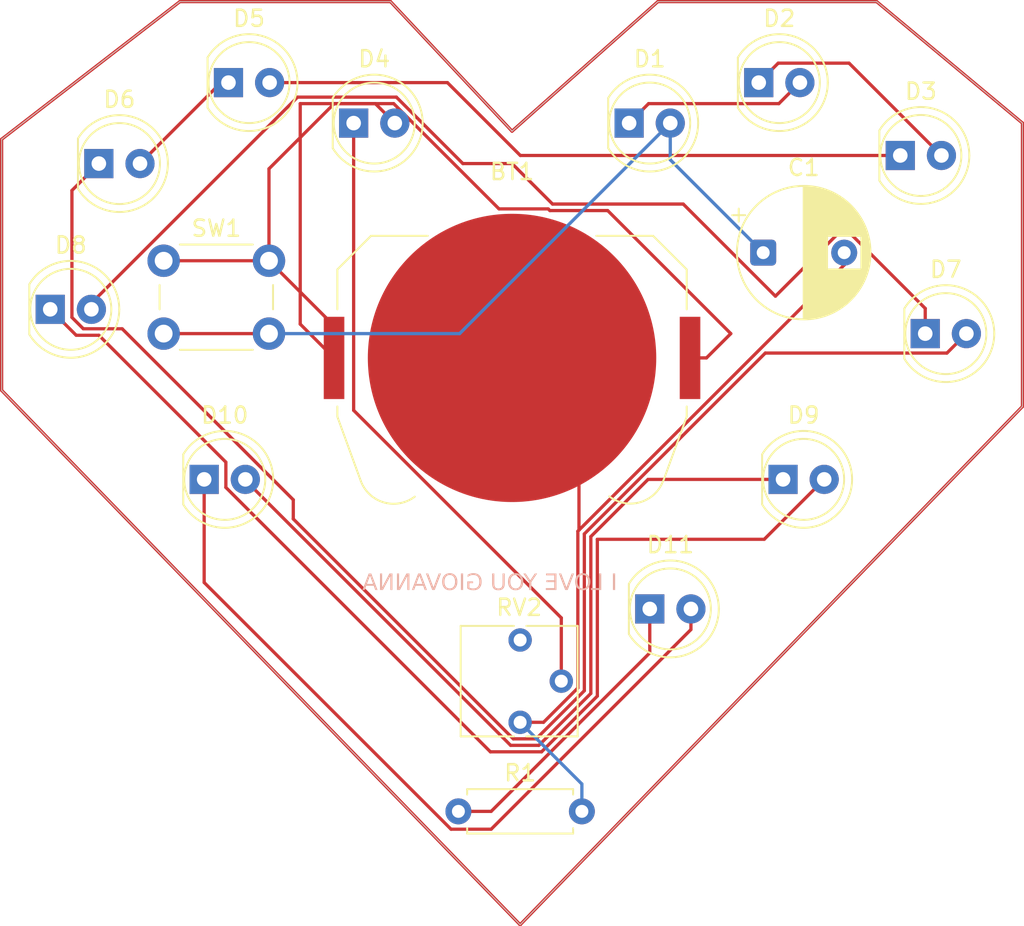
<source format=kicad_pcb>
(kicad_pcb (version 20241229) (generator "pcbnew") (generator_version "9.0")
  (layers (0 "F.Cu" signal) (2 "B.Cu" signal) (13 "F.Paste" user) (15 "B.Paste" user) (5 "F.SilkS" user "F.Silkscreen") (7 "B.SilkS" user "B.Silkscreen") (1 "F.Mask" user) (3 "B.Mask" user) (25 "Edge.Cuts" user))
  (net 0 "")
  (net 1 "Net-(D1-K)")
  (net 2 "Net-(BT1-+)")
  (net 3 "Net-(D2-K)")
  (net 4 "Net-(BT1--)")
  (net 5 "Net-(D1-A)")
  (net 6 "Net-(D3-K)")
  (net 7 "Net-(D4-K)")
  (net 9 "Net-(D5-K)")
  (net 10 "Net-(D6-K)")
  (net 11 "Net-(D7-K)")
  (net 12 "Net-(D8-K)")
  (net 13 "Net-(D10-A)")
  (net 14 "Net-(D10-K)")
  (net 15 "Net-(D11-K)")
  (footprint "LED_THT:LED_D5.0mm" (layer "F.Cu") (at 124 110.5)
    (property "Reference" "D11" (at 1.27 -3.96 0) (layer "F.SilkS"))
    (property "Value" "LED")
    (fp_line (start -1.29 -1.545) (end -1.29 1.545) (stroke (width 0.12)) (layer "F.SilkS"))
    (fp_arc (start -1.29 -1.54483) (mid 2.071779 -2.880495) (end 4.26 0) (stroke (width 0.12)) (layer "F.SilkS"))
    (fp_arc (start 4.26 0) (mid 2.071779 2.880495) (end -1.29 1.54483) (stroke (width 0.12)) (layer "F.SilkS"))
    (fp_circle (center 1.27 0) (end 3.77 0) (stroke (width 0.12)) (fill no) (layer "F.SilkS"))
    (pad "1" thru_hole rect (at 0 0) (size 1.8 1.8) (drill 0.9) (layers "*.Cu" "*.Mask") (net 15 "Net-(D11-K)"))
    (pad "2" thru_hole circle (at 2.54 0) (size 1.8 1.8) (drill 0.9) (layers "*.Cu" "*.Mask") (net 14 "Net-(D10-K)"))
  )
  (footprint "Potentiometer_THT:Potentiometer_Vishay_T73YP_Vertical" (layer "F.Cu") (at 116 117.5)
    (property "Reference" "RV2" (at -0.06 -7.09 0) (layer "F.SilkS"))
    (property "Value" "R_Potentiometer")
    (fp_line (start -3.67 -5.95) (end -0.382 -5.95) (stroke (width 0.12)) (layer "F.SilkS"))
    (fp_line (start -3.67 0.87) (end -3.67 -5.95) (stroke (width 0.12)) (layer "F.SilkS"))
    (fp_line (start -0.382 0.87) (end -3.67 0.87) (stroke (width 0.12)) (layer "F.SilkS"))
    (fp_line (start 0.382 -5.95) (end 3.55 -5.95) (stroke (width 0.12)) (layer "F.SilkS"))
    (fp_line (start 3.55 -5.95) (end 3.55 0.87) (stroke (width 0.12)) (layer "F.SilkS"))
    (fp_line (start 3.55 0.87) (end 0.382 0.87) (stroke (width 0.12)) (layer "F.SilkS"))
    (pad "1" thru_hole circle (at 0 0) (size 1.44 1.44) (drill 0.8) (layers "*.Cu" "*.Mask") (net 4 "Net-(BT1--)"))
    (pad "2" thru_hole circle (at 2.54 -2.54) (size 1.44 1.44) (drill 0.8) (layers "*.Cu" "*.Mask") (net 7 "Net-(D4-K)"))
    (pad "3" thru_hole circle (at 0 -5.08) (size 1.44 1.44) (drill 0.8) (layers "*.Cu" "*.Mask"))
  )
  (footprint "LED_THT:LED_D5.0mm" (layer "F.Cu") (at 90 83)
    (property "Reference" "D6" (at 1.27 -3.96 0) (layer "F.SilkS"))
    (property "Value" "LED")
    (fp_line (start -1.29 -1.545) (end -1.29 1.545) (stroke (width 0.12)) (layer "F.SilkS"))
    (fp_arc (start -1.29 -1.54483) (mid 2.071779 -2.880495) (end 4.26 0) (stroke (width 0.12)) (layer "F.SilkS"))
    (fp_arc (start 4.26 0) (mid 2.071779 2.880495) (end -1.29 1.54483) (stroke (width 0.12)) (layer "F.SilkS"))
    (fp_circle (center 1.27 0) (end 3.77 0) (stroke (width 0.12)) (fill no) (layer "F.SilkS"))
    (pad "1" thru_hole rect (at 0 0) (size 1.8 1.8) (drill 0.9) (layers "*.Cu" "*.Mask") (net 10 "Net-(D6-K)"))
    (pad "2" thru_hole circle (at 2.54 0) (size 1.8 1.8) (drill 0.9) (layers "*.Cu" "*.Mask") (net 9 "Net-(D5-K)"))
  )
  (footprint "Resistor_THT:R_Axial_DIN0207_L6.3mm_D2.5mm_P7.62mm_Horizontal" (layer "F.Cu") (at 112.19 123)
    (property "Reference" "R1" (at 3.81 -2.37 0) (layer "F.SilkS"))
    (property "Value" "R")
    (fp_line (start 0.54 -1.37) (end 7.08 -1.37) (stroke (width 0.12)) (layer "F.SilkS"))
    (fp_line (start 0.54 -1.04) (end 0.54 -1.37) (stroke (width 0.12)) (layer "F.SilkS"))
    (fp_line (start 0.54 1.04) (end 0.54 1.37) (stroke (width 0.12)) (layer "F.SilkS"))
    (fp_line (start 0.54 1.37) (end 7.08 1.37) (stroke (width 0.12)) (layer "F.SilkS"))
    (fp_line (start 7.08 -1.37) (end 7.08 -1.04) (stroke (width 0.12)) (layer "F.SilkS"))
    (fp_line (start 7.08 1.37) (end 7.08 1.04) (stroke (width 0.12)) (layer "F.SilkS"))
    (pad "1" thru_hole circle (at 0 0) (size 1.6 1.6) (drill 0.8) (layers "*.Cu" "*.Mask") (net 15 "Net-(D11-K)"))
    (pad "2" thru_hole circle (at 7.62 0) (size 1.6 1.6) (drill 0.8) (layers "*.Cu" "*.Mask") (net 4 "Net-(BT1--)"))
  )
  (footprint "LED_THT:LED_D5.0mm" (layer "F.Cu") (at 96.5 102.5)
    (property "Reference" "D10" (at 1.27 -3.96 0) (layer "F.SilkS"))
    (property "Value" "LED")
    (fp_line (start -1.29 -1.545) (end -1.29 1.545) (stroke (width 0.12)) (layer "F.SilkS"))
    (fp_arc (start -1.29 -1.54483) (mid 2.071779 -2.880495) (end 4.26 0) (stroke (width 0.12)) (layer "F.SilkS"))
    (fp_arc (start 4.26 0) (mid 2.071779 2.880495) (end -1.29 1.54483) (stroke (width 0.12)) (layer "F.SilkS"))
    (fp_circle (center 1.27 0) (end 3.77 0) (stroke (width 0.12)) (fill no) (layer "F.SilkS"))
    (pad "1" thru_hole rect (at 0 0) (size 1.8 1.8) (drill 0.9) (layers "*.Cu" "*.Mask") (net 14 "Net-(D10-K)"))
    (pad "2" thru_hole circle (at 2.54 0) (size 1.8 1.8) (drill 0.9) (layers "*.Cu" "*.Mask") (net 13 "Net-(D10-A)"))
  )
  (footprint "LED_THT:LED_D5.0mm" (layer "F.Cu") (at 87 92)
    (property "Reference" "D8" (at 1.27 -3.96 0) (layer "F.SilkS"))
    (property "Value" "LED")
    (fp_line (start -1.29 -1.545) (end -1.29 1.545) (stroke (width 0.12)) (layer "F.SilkS"))
    (fp_arc (start -1.29 -1.54483) (mid 2.071779 -2.880495) (end 4.26 0) (stroke (width 0.12)) (layer "F.SilkS"))
    (fp_arc (start 4.26 0) (mid 2.071779 2.880495) (end -1.29 1.54483) (stroke (width 0.12)) (layer "F.SilkS"))
    (fp_circle (center 1.27 0) (end 3.77 0) (stroke (width 0.12)) (fill no) (layer "F.SilkS"))
    (pad "1" thru_hole rect (at 0 0) (size 1.8 1.8) (drill 0.9) (layers "*.Cu" "*.Mask") (net 12 "Net-(D8-K)"))
    (pad "2" thru_hole circle (at 2.54 0) (size 1.8 1.8) (drill 0.9) (layers "*.Cu" "*.Mask") (net 11 "Net-(D7-K)"))
  )
  (footprint "LED_THT:LED_D5.0mm" (layer "F.Cu") (at 98 78)
    (property "Reference" "D5" (at 1.27 -3.96 0) (layer "F.SilkS"))
    (property "Value" "LED")
    (fp_line (start -1.29 -1.545) (end -1.29 1.545) (stroke (width 0.12)) (layer "F.SilkS"))
    (fp_arc (start -1.29 -1.54483) (mid 2.071779 -2.880495) (end 4.26 0) (stroke (width 0.12)) (layer "F.SilkS"))
    (fp_arc (start 4.26 0) (mid 2.071779 2.880495) (end -1.29 1.54483) (stroke (width 0.12)) (layer "F.SilkS"))
    (fp_circle (center 1.27 0) (end 3.77 0) (stroke (width 0.12)) (fill no) (layer "F.SilkS"))
    (pad "1" thru_hole rect (at 0 0) (size 1.8 1.8) (drill 0.9) (layers "*.Cu" "*.Mask") (net 9 "Net-(D5-K)"))
    (pad "2" thru_hole circle (at 2.54 0) (size 1.8 1.8) (drill 0.9) (layers "*.Cu" "*.Mask") (net 6 "Net-(D3-K)"))
  )
  (footprint "LED_THT:LED_D5.0mm" (layer "F.Cu") (at 139.46 82.5)
    (property "Reference" "D3" (at 1.27 -3.96 0) (layer "F.SilkS"))
    (property "Value" "LED")
    (fp_line (start -1.29 -1.545) (end -1.29 1.545) (stroke (width 0.12)) (layer "F.SilkS"))
    (fp_arc (start -1.29 -1.54483) (mid 2.071779 -2.880495) (end 4.26 0) (stroke (width 0.12)) (layer "F.SilkS"))
    (fp_arc (start 4.26 0) (mid 2.071779 2.880495) (end -1.29 1.54483) (stroke (width 0.12)) (layer "F.SilkS"))
    (fp_circle (center 1.27 0) (end 3.77 0) (stroke (width 0.12)) (fill no) (layer "F.SilkS"))
    (pad "1" thru_hole rect (at 0 0) (size 1.8 1.8) (drill 0.9) (layers "*.Cu" "*.Mask") (net 6 "Net-(D3-K)"))
    (pad "2" thru_hole circle (at 2.54 0) (size 1.8 1.8) (drill 0.9) (layers "*.Cu" "*.Mask") (net 3 "Net-(D2-K)"))
  )
  (footprint "Capacitor_THT:CP_Radial_D8.0mm_P5.00mm" (layer "F.Cu") (at 131 88.5)
    (property "Reference" "C1" (at 2.5 -5.25 0) (layer "F.SilkS"))
    (property "Value" "C")
    (fp_line (start -1.909698 -2.315) (end -1.109698 -2.315) (stroke (width 0.12)) (layer "F.SilkS"))
    (fp_line (start -1.509698 -2.715) (end -1.509698 -1.915) (stroke (width 0.12)) (layer "F.SilkS"))
    (fp_line (start 2.5 -4.08) (end 2.5 4.08) (stroke (width 0.12)) (layer "F.SilkS"))
    (fp_line (start 2.54 -4.08) (end 2.54 4.08) (stroke (width 0.12)) (layer "F.SilkS"))
    (fp_line (start 2.58 -4.079) (end 2.58 4.079) (stroke (width 0.12)) (layer "F.SilkS"))
    (fp_line (start 2.62 -4.078) (end 2.62 4.078) (stroke (width 0.12)) (layer "F.SilkS"))
    (fp_line (start 2.66 -4.077) (end 2.66 4.077) (stroke (width 0.12)) (layer "F.SilkS"))
    (fp_line (start 2.7 -4.075) (end 2.7 4.075) (stroke (width 0.12)) (layer "F.SilkS"))
    (fp_line (start 2.74 -4.073) (end 2.74 4.073) (stroke (width 0.12)) (layer "F.SilkS"))
    (fp_line (start 2.78 -4.07) (end 2.78 4.07) (stroke (width 0.12)) (layer "F.SilkS"))
    (fp_line (start 2.82 -4.068) (end 2.82 4.068) (stroke (width 0.12)) (layer "F.SilkS"))
    (fp_line (start 2.86 -4.064) (end 2.86 4.064) (stroke (width 0.12)) (layer "F.SilkS"))
    (fp_line (start 2.9 -4.061) (end 2.9 4.061) (stroke (width 0.12)) (layer "F.SilkS"))
    (fp_line (start 2.94 -4.056) (end 2.94 4.056) (stroke (width 0.12)) (layer "F.SilkS"))
    (fp_line (start 2.98 -4.052) (end 2.98 4.052) (stroke (width 0.12)) (layer "F.SilkS"))
    (fp_line (start 3.02 -4.047) (end 3.02 4.047) (stroke (width 0.12)) (layer "F.SilkS"))
    (fp_line (start 3.06 -4.042) (end 3.06 4.042) (stroke (width 0.12)) (layer "F.SilkS"))
    (fp_line (start 3.1 -4.036) (end 3.1 4.036) (stroke (width 0.12)) (layer "F.SilkS"))
    (fp_line (start 3.14 -4.03) (end 3.14 4.03) (stroke (width 0.12)) (layer "F.SilkS"))
    (fp_line (start 3.18 -4.023) (end 3.18 4.023) (stroke (width 0.12)) (layer "F.SilkS"))
    (fp_line (start 3.22 -4.017) (end 3.22 4.017) (stroke (width 0.12)) (layer "F.SilkS"))
    (fp_line (start 3.26 -4.009) (end 3.26 4.009) (stroke (width 0.12)) (layer "F.SilkS"))
    (fp_line (start 3.3 -4.002) (end 3.3 4.002) (stroke (width 0.12)) (layer "F.SilkS"))
    (fp_line (start 3.34 -3.993) (end 3.34 3.993) (stroke (width 0.12)) (layer "F.SilkS"))
    (fp_line (start 3.38 -3.985) (end 3.38 3.985) (stroke (width 0.12)) (layer "F.SilkS"))
    (fp_line (start 3.42 -3.976) (end 3.42 3.976) (stroke (width 0.12)) (layer "F.SilkS"))
    (fp_line (start 3.46 -3.967) (end 3.46 3.967) (stroke (width 0.12)) (layer "F.SilkS"))
    (fp_line (start 3.5 -3.957) (end 3.5 3.957) (stroke (width 0.12)) (layer "F.SilkS"))
    (fp_line (start 3.54 -3.947) (end 3.54 3.947) (stroke (width 0.12)) (layer "F.SilkS"))
    (fp_line (start 3.58 -3.936) (end 3.58 3.936) (stroke (width 0.12)) (layer "F.SilkS"))
    (fp_line (start 3.62 -3.925) (end 3.62 3.925) (stroke (width 0.12)) (layer "F.SilkS"))
    (fp_line (start 3.66 -3.913) (end 3.66 3.913) (stroke (width 0.12)) (layer "F.SilkS"))
    (fp_line (start 3.7 -3.901) (end 3.7 3.901) (stroke (width 0.12)) (layer "F.SilkS"))
    (fp_line (start 3.74 -3.889) (end 3.74 3.889) (stroke (width 0.12)) (layer "F.SilkS"))
    (fp_line (start 3.78 -3.876) (end 3.78 3.876) (stroke (width 0.12)) (layer "F.SilkS"))
    (fp_line (start 3.82 -3.863) (end 3.82 3.863) (stroke (width 0.12)) (layer "F.SilkS"))
    (fp_line (start 3.86 -3.849) (end 3.86 3.849) (stroke (width 0.12)) (layer "F.SilkS"))
    (fp_line (start 3.9 -3.835) (end 3.9 3.835) (stroke (width 0.12)) (layer "F.SilkS"))
    (fp_line (start 3.94 -3.82) (end 3.94 3.82) (stroke (width 0.12)) (layer "F.SilkS"))
    (fp_line (start 3.98 -3.805) (end 3.98 -1.04) (stroke (width 0.12)) (layer "F.SilkS"))
    (fp_line (start 3.98 1.04) (end 3.98 3.805) (stroke (width 0.12)) (layer "F.SilkS"))
    (fp_line (start 4.02 -3.789) (end 4.02 -1.04) (stroke (width 0.12)) (layer "F.SilkS"))
    (fp_line (start 4.02 1.04) (end 4.02 3.789) (stroke (width 0.12)) (layer "F.SilkS"))
    (fp_line (start 4.06 -3.773) (end 4.06 -1.04) (stroke (width 0.12)) (layer "F.SilkS"))
    (fp_line (start 4.06 1.04) (end 4.06 3.773) (stroke (width 0.12)) (layer "F.SilkS"))
    (fp_line (start 4.1 -3.757) (end 4.1 -1.04) (stroke (width 0.12)) (layer "F.SilkS"))
    (fp_line (start 4.1 1.04) (end 4.1 3.757) (stroke (width 0.12)) (layer "F.SilkS"))
    (fp_line (start 4.14 -3.74) (end 4.14 -1.04) (stroke (width 0.12)) (layer "F.SilkS"))
    (fp_line (start 4.14 1.04) (end 4.14 3.74) (stroke (width 0.12)) (layer "F.SilkS"))
    (fp_line (start 4.18 -3.722) (end 4.18 -1.04) (stroke (width 0.12)) (layer "F.SilkS"))
    (fp_line (start 4.18 1.04) (end 4.18 3.722) (stroke (width 0.12)) (layer "F.SilkS"))
    (fp_line (start 4.22 -3.704) (end 4.22 -1.04) (stroke (width 0.12)) (layer "F.SilkS"))
    (fp_line (start 4.22 1.04) (end 4.22 3.704) (stroke (width 0.12)) (layer "F.SilkS"))
    (fp_line (start 4.26 -3.685) (end 4.26 -1.04) (stroke (width 0.12)) (layer "F.SilkS"))
    (fp_line (start 4.26 1.04) (end 4.26 3.685) (stroke (width 0.12)) (layer "F.SilkS"))
    (fp_line (start 4.3 -3.666) (end 4.3 -1.04) (stroke (width 0.12)) (layer "F.SilkS"))
    (fp_line (start 4.3 1.04) (end 4.3 3.666) (stroke (width 0.12)) (layer "F.SilkS"))
    (fp_line (start 4.34 -3.646) (end 4.34 -1.04) (stroke (width 0.12)) (layer "F.SilkS"))
    (fp_line (start 4.34 1.04) (end 4.34 3.646) (stroke (width 0.12)) (layer "F.SilkS"))
    (fp_line (start 4.38 -3.626) (end 4.38 -1.04) (stroke (width 0.12)) (layer "F.SilkS"))
    (fp_line (start 4.38 1.04) (end 4.38 3.626) (stroke (width 0.12)) (layer "F.SilkS"))
    (fp_line (start 4.42 -3.605) (end 4.42 -1.04) (stroke (width 0.12)) (layer "F.SilkS"))
    (fp_line (start 4.42 1.04) (end 4.42 3.605) (stroke (width 0.12)) (layer "F.SilkS"))
    (fp_line (start 4.46 -3.584) (end 4.46 -1.04) (stroke (width 0.12)) (layer "F.SilkS"))
    (fp_line (start 4.46 1.04) (end 4.46 3.584) (stroke (width 0.12)) (layer "F.SilkS"))
    (fp_line (start 4.5 -3.562) (end 4.5 -1.04) (stroke (width 0.12)) (layer "F.SilkS"))
    (fp_line (start 4.5 1.04) (end 4.5 3.562) (stroke (width 0.12)) (layer "F.SilkS"))
    (fp_line (start 4.54 -3.539) (end 4.54 -1.04) (stroke (width 0.12)) (layer "F.SilkS"))
    (fp_line (start 4.54 1.04) (end 4.54 3.539) (stroke (width 0.12)) (layer "F.SilkS"))
    (fp_line (start 4.58 -3.516) (end 4.58 -1.04) (stroke (width 0.12)) (layer "F.SilkS"))
    (fp_line (start 4.58 1.04) (end 4.58 3.516) (stroke (width 0.12)) (layer "F.SilkS"))
    (fp_line (start 4.62 -3.493) (end 4.62 -1.04) (stroke (width 0.12)) (layer "F.SilkS"))
    (fp_line (start 4.62 1.04) (end 4.62 3.493) (stroke (width 0.12)) (layer "F.SilkS"))
    (fp_line (start 4.66 -3.468) (end 4.66 -1.04) (stroke (width 0.12)) (layer "F.SilkS"))
    (fp_line (start 4.66 1.04) (end 4.66 3.468) (stroke (width 0.12)) (layer "F.SilkS"))
    (fp_line (start 4.7 -3.443) (end 4.7 -1.04) (stroke (width 0.12)) (layer "F.SilkS"))
    (fp_line (start 4.7 1.04) (end 4.7 3.443) (stroke (width 0.12)) (layer "F.SilkS"))
    (fp_line (start 4.74 -3.418) (end 4.74 -1.04) (stroke (width 0.12)) (layer "F.SilkS"))
    (fp_line (start 4.74 1.04) (end 4.74 3.418) (stroke (width 0.12)) (layer "F.SilkS"))
    (fp_line (start 4.78 -3.392) (end 4.78 -1.04) (stroke (width 0.12)) (layer "F.SilkS"))
    (fp_line (start 4.78 1.04) (end 4.78 3.392) (stroke (width 0.12)) (layer "F.SilkS"))
    (fp_line (start 4.82 -3.365) (end 4.82 -1.04) (stroke (width 0.12)) (layer "F.SilkS"))
    (fp_line (start 4.82 1.04) (end 4.82 3.365) (stroke (width 0.12)) (layer "F.SilkS"))
    (fp_line (start 4.86 -3.337) (end 4.86 -1.04) (stroke (width 0.12)) (layer "F.SilkS"))
    (fp_line (start 4.86 1.04) (end 4.86 3.337) (stroke (width 0.12)) (layer "F.SilkS"))
    (fp_line (start 4.9 -3.309) (end 4.9 -1.04) (stroke (width 0.12)) (layer "F.SilkS"))
    (fp_line (start 4.9 1.04) (end 4.9 3.309) (stroke (width 0.12)) (layer "F.SilkS"))
    (fp_line (start 4.94 -3.28) (end 4.94 -1.04) (stroke (width 0.12)) (layer "F.SilkS"))
    (fp_line (start 4.94 1.04) (end 4.94 3.28) (stroke (width 0.12)) (layer "F.SilkS"))
    (fp_line (start 4.98 -3.25) (end 4.98 -1.04) (stroke (width 0.12)) (layer "F.SilkS"))
    (fp_line (start 4.98 1.04) (end 4.98 3.25) (stroke (width 0.12)) (layer "F.SilkS"))
    (fp_line (start 5.02 -3.219) (end 5.02 -1.04) (stroke (width 0.12)) (layer "F.SilkS"))
    (fp_line (start 5.02 1.04) (end 5.02 3.219) (stroke (width 0.12)) (layer "F.SilkS"))
    (fp_line (start 5.06 -3.188) (end 5.06 -1.04) (stroke (width 0.12)) (layer "F.SilkS"))
    (fp_line (start 5.06 1.04) (end 5.06 3.188) (stroke (width 0.12)) (layer "F.SilkS"))
    (fp_line (start 5.1 -3.156) (end 5.1 -1.04) (stroke (width 0.12)) (layer "F.SilkS"))
    (fp_line (start 5.1 1.04) (end 5.1 3.156) (stroke (width 0.12)) (layer "F.SilkS"))
    (fp_line (start 5.14 -3.123) (end 5.14 -1.04) (stroke (width 0.12)) (layer "F.SilkS"))
    (fp_line (start 5.14 1.04) (end 5.14 3.123) (stroke (width 0.12)) (layer "F.SilkS"))
    (fp_line (start 5.18 -3.089) (end 5.18 -1.04) (stroke (width 0.12)) (layer "F.SilkS"))
    (fp_line (start 5.18 1.04) (end 5.18 3.089) (stroke (width 0.12)) (layer "F.SilkS"))
    (fp_line (start 5.22 -3.055) (end 5.22 -1.04) (stroke (width 0.12)) (layer "F.SilkS"))
    (fp_line (start 5.22 1.04) (end 5.22 3.055) (stroke (width 0.12)) (layer "F.SilkS"))
    (fp_line (start 5.26 -3.019) (end 5.26 -1.04) (stroke (width 0.12)) (layer "F.SilkS"))
    (fp_line (start 5.26 1.04) (end 5.26 3.019) (stroke (width 0.12)) (layer "F.SilkS"))
    (fp_line (start 5.3 -2.982) (end 5.3 -1.04) (stroke (width 0.12)) (layer "F.SilkS"))
    (fp_line (start 5.3 1.04) (end 5.3 2.982) (stroke (width 0.12)) (layer "F.SilkS"))
    (fp_line (start 5.34 -2.945) (end 5.34 -1.04) (stroke (width 0.12)) (layer "F.SilkS"))
    (fp_line (start 5.34 1.04) (end 5.34 2.945) (stroke (width 0.12)) (layer "F.SilkS"))
    (fp_line (start 5.38 -2.906) (end 5.38 -1.04) (stroke (width 0.12)) (layer "F.SilkS"))
    (fp_line (start 5.38 1.04) (end 5.38 2.906) (stroke (width 0.12)) (layer "F.SilkS"))
    (fp_line (start 5.42 -2.867) (end 5.42 -1.04) (stroke (width 0.12)) (layer "F.SilkS"))
    (fp_line (start 5.42 1.04) (end 5.42 2.867) (stroke (width 0.12)) (layer "F.SilkS"))
    (fp_line (start 5.46 -2.826) (end 5.46 -1.04) (stroke (width 0.12)) (layer "F.SilkS"))
    (fp_line (start 5.46 1.04) (end 5.46 2.826) (stroke (width 0.12)) (layer "F.SilkS"))
    (fp_line (start 5.5 -2.784) (end 5.5 -1.04) (stroke (width 0.12)) (layer "F.SilkS"))
    (fp_line (start 5.5 1.04) (end 5.5 2.784) (stroke (width 0.12)) (layer "F.SilkS"))
    (fp_line (start 5.54 -2.741) (end 5.54 -1.04) (stroke (width 0.12)) (layer "F.SilkS"))
    (fp_line (start 5.54 1.04) (end 5.54 2.741) (stroke (width 0.12)) (layer "F.SilkS"))
    (fp_line (start 5.58 -2.696) (end 5.58 -1.04) (stroke (width 0.12)) (layer "F.SilkS"))
    (fp_line (start 5.58 1.04) (end 5.58 2.696) (stroke (width 0.12)) (layer "F.SilkS"))
    (fp_line (start 5.62 -2.651) (end 5.62 -1.04) (stroke (width 0.12)) (layer "F.SilkS"))
    (fp_line (start 5.62 1.04) (end 5.62 2.651) (stroke (width 0.12)) (layer "F.SilkS"))
    (fp_line (start 5.66 -2.604) (end 5.66 -1.04) (stroke (width 0.12)) (layer "F.SilkS"))
    (fp_line (start 5.66 1.04) (end 5.66 2.604) (stroke (width 0.12)) (layer "F.SilkS"))
    (fp_line (start 5.7 -2.555) (end 5.7 -1.04) (stroke (width 0.12)) (layer "F.SilkS"))
    (fp_line (start 5.7 1.04) (end 5.7 2.555) (stroke (width 0.12)) (layer "F.SilkS"))
    (fp_line (start 5.74 -2.505) (end 5.74 -1.04) (stroke (width 0.12)) (layer "F.SilkS"))
    (fp_line (start 5.74 1.04) (end 5.74 2.505) (stroke (width 0.12)) (layer "F.SilkS"))
    (fp_line (start 5.78 -2.453) (end 5.78 -1.04) (stroke (width 0.12)) (layer "F.SilkS"))
    (fp_line (start 5.78 1.04) (end 5.78 2.453) (stroke (width 0.12)) (layer "F.SilkS"))
    (fp_line (start 5.82 -2.4) (end 5.82 -1.04) (stroke (width 0.12)) (layer "F.SilkS"))
    (fp_line (start 5.82 1.04) (end 5.82 2.4) (stroke (width 0.12)) (layer "F.SilkS"))
    (fp_line (start 5.86 -2.344) (end 5.86 -1.04) (stroke (width 0.12)) (layer "F.SilkS"))
    (fp_line (start 5.86 1.04) (end 5.86 2.344) (stroke (width 0.12)) (layer "F.SilkS"))
    (fp_line (start 5.9 -2.287) (end 5.9 -1.04) (stroke (width 0.12)) (layer "F.SilkS"))
    (fp_line (start 5.9 1.04) (end 5.9 2.287) (stroke (width 0.12)) (layer "F.SilkS"))
    (fp_line (start 5.94 -2.227) (end 5.94 -1.04) (stroke (width 0.12)) (layer "F.SilkS"))
    (fp_line (start 5.94 1.04) (end 5.94 2.227) (stroke (width 0.12)) (layer "F.SilkS"))
    (fp_line (start 5.98 -2.165) (end 5.98 -1.04) (stroke (width 0.12)) (layer "F.SilkS"))
    (fp_line (start 5.98 1.04) (end 5.98 2.165) (stroke (width 0.12)) (layer "F.SilkS"))
    (fp_line (start 6.02 -2.101) (end 6.02 -1.04) (stroke (width 0.12)) (layer "F.SilkS"))
    (fp_line (start 6.02 1.04) (end 6.02 2.101) (stroke (width 0.12)) (layer "F.SilkS"))
    (fp_line (start 6.06 -2.034) (end 6.06 2.034) (stroke (width 0.12)) (layer "F.SilkS"))
    (fp_line (start 6.1 -1.964) (end 6.1 1.964) (stroke (width 0.12)) (layer "F.SilkS"))
    (fp_line (start 6.14 -1.89) (end 6.14 1.89) (stroke (width 0.12)) (layer "F.SilkS"))
    (fp_line (start 6.18 -1.813) (end 6.18 1.813) (stroke (width 0.12)) (layer "F.SilkS"))
    (fp_line (start 6.22 -1.731) (end 6.22 1.731) (stroke (width 0.12)) (layer "F.SilkS"))
    (fp_line (start 6.26 -1.644) (end 6.26 1.644) (stroke (width 0.12)) (layer "F.SilkS"))
    (fp_line (start 6.3 -1.552) (end 6.3 1.552) (stroke (width 0.12)) (layer "F.SilkS"))
    (fp_line (start 6.34 -1.453) (end 6.34 1.453) (stroke (width 0.12)) (layer "F.SilkS"))
    (fp_line (start 6.38 -1.346) (end 6.38 1.346) (stroke (width 0.12)) (layer "F.SilkS"))
    (fp_line (start 6.42 -1.228) (end 6.42 1.228) (stroke (width 0.12)) (layer "F.SilkS"))
    (fp_line (start 6.46 -1.097) (end 6.46 1.097) (stroke (width 0.12)) (layer "F.SilkS"))
    (fp_line (start 6.5 -0.947) (end 6.5 0.947) (stroke (width 0.12)) (layer "F.SilkS"))
    (fp_line (start 6.54 -0.768) (end 6.54 0.768) (stroke (width 0.12)) (layer "F.SilkS"))
    (fp_line (start 6.58 -0.533) (end 6.58 0.533) (stroke (width 0.12)) (layer "F.SilkS"))
    (fp_circle (center 2.5 0) (end 6.62 0) (stroke (width 0.12)) (fill no) (layer "F.SilkS"))
    (pad "1" thru_hole roundrect (at 0 0) (size 1.6 1.6) (drill 0.8) (layers "*.Cu" "*.Mask") (roundrect_rratio 0.15625) (net 5 "Net-(D1-A)"))
    (pad "2" thru_hole circle (at 5 0) (size 1.6 1.6) (drill 0.8) (layers "*.Cu" "*.Mask") (net 4 "Net-(BT1--)"))
  )
  (footprint "LED_THT:LED_D5.0mm" (layer "F.Cu") (at 105.725 80.5)
    (property "Reference" "D4" (at 1.27 -3.96 0) (layer "F.SilkS"))
    (property "Value" "LED")
    (fp_line (start -1.29 -1.545) (end -1.29 1.545) (stroke (width 0.12)) (layer "F.SilkS"))
    (fp_arc (start -1.29 -1.54483) (mid 2.071779 -2.880495) (end 4.26 0) (stroke (width 0.12)) (layer "F.SilkS"))
    (fp_arc (start 4.26 0) (mid 2.071779 2.880495) (end -1.29 1.54483) (stroke (width 0.12)) (layer "F.SilkS"))
    (fp_circle (center 1.27 0) (end 3.77 0) (stroke (width 0.12)) (fill no) (layer "F.SilkS"))
    (pad "1" thru_hole rect (at 0 0) (size 1.8 1.8) (drill 0.9) (layers "*.Cu" "*.Mask") (net 7 "Net-(D4-K)"))
    (pad "2" thru_hole circle (at 2.54 0) (size 1.8 1.8) (drill 0.9) (layers "*.Cu" "*.Mask") (net 2 "Net-(BT1-+)"))
  )
  (footprint "LED_THT:LED_D5.0mm" (layer "F.Cu") (at 132.225 102.5)
    (property "Reference" "D9" (at 1.27 -3.96 0) (layer "F.SilkS"))
    (property "Value" "LED")
    (fp_line (start -1.29 -1.545) (end -1.29 1.545) (stroke (width 0.12)) (layer "F.SilkS"))
    (fp_arc (start -1.29 -1.54483) (mid 2.071779 -2.880495) (end 4.26 0) (stroke (width 0.12)) (layer "F.SilkS"))
    (fp_arc (start 4.26 0) (mid 2.071779 2.880495) (end -1.29 1.54483) (stroke (width 0.12)) (layer "F.SilkS"))
    (fp_circle (center 1.27 0) (end 3.77 0) (stroke (width 0.12)) (fill no) (layer "F.SilkS"))
    (pad "1" thru_hole rect (at 0 0) (size 1.8 1.8) (drill 0.9) (layers "*.Cu" "*.Mask") (net 13 "Net-(D10-A)"))
    (pad "2" thru_hole circle (at 2.54 0) (size 1.8 1.8) (drill 0.9) (layers "*.Cu" "*.Mask") (net 12 "Net-(D8-K)"))
  )
  (footprint "LED_THT:LED_D5.0mm" (layer "F.Cu") (at 130.725 78)
    (property "Reference" "D2" (at 1.27 -3.96 0) (layer "F.SilkS"))
    (property "Value" "LED")
    (fp_line (start -1.29 -1.545) (end -1.29 1.545) (stroke (width 0.12)) (layer "F.SilkS"))
    (fp_arc (start -1.29 -1.54483) (mid 2.071779 -2.880495) (end 4.26 0) (stroke (width 0.12)) (layer "F.SilkS"))
    (fp_arc (start 4.26 0) (mid 2.071779 2.880495) (end -1.29 1.54483) (stroke (width 0.12)) (layer "F.SilkS"))
    (fp_circle (center 1.27 0) (end 3.77 0) (stroke (width 0.12)) (fill no) (layer "F.SilkS"))
    (pad "1" thru_hole rect (at 0 0) (size 1.8 1.8) (drill 0.9) (layers "*.Cu" "*.Mask") (net 3 "Net-(D2-K)"))
    (pad "2" thru_hole circle (at 2.54 0) (size 1.8 1.8) (drill 0.9) (layers "*.Cu" "*.Mask") (net 1 "Net-(D1-K)"))
  )
  (footprint "Battery:BatteryHolder_Keystone_3034_1x20mm" (layer "F.Cu") (at 115.5 95)
    (property "Reference" "BT1" (at 0 -11.5 0) (layer "F.SilkS"))
    (property "Value" "Battery_Cell")
    (fp_line (start -10.78 -5.46) (end -10.78 -3) (stroke (width 0.12)) (layer "F.SilkS"))
    (fp_line (start -10.78 3) (end -10.78 3.63) (stroke (width 0.12)) (layer "F.SilkS"))
    (fp_line (start -10.78 3.63) (end -9.34 7.58) (stroke (width 0.12)) (layer "F.SilkS"))
    (fp_line (start -8.7 -7.54) (end -10.78 -5.46) (stroke (width 0.12)) (layer "F.SilkS"))
    (fp_line (start -5.2 -7.54) (end -8.7 -7.54) (stroke (width 0.12)) (layer "F.SilkS"))
    (fp_line (start 8.7 -7.54) (end 5.2 -7.54) (stroke (width 0.12)) (layer "F.SilkS"))
    (fp_line (start 8.7 -7.54) (end 10.78 -5.46) (stroke (width 0.12)) (layer "F.SilkS"))
    (fp_line (start 10.78 -5.46) (end 10.78 -3) (stroke (width 0.12)) (layer "F.SilkS"))
    (fp_line (start 10.78 3) (end 10.78 3.63) (stroke (width 0.12)) (layer "F.SilkS"))
    (fp_line (start 10.78 3.63) (end 9.34 7.58) (stroke (width 0.12)) (layer "F.SilkS"))
    (fp_arc (start -6.003354 8.56653) (mid -7.921654 8.918738) (end -9.34 7.58) (stroke (width 0.12)) (layer "F.SilkS"))
    (fp_arc (start 9.325243 7.588169) (mid 7.90634 8.911668) (end 6 8.55) (stroke (width 0.12)) (layer "F.SilkS"))
    (pad "1" smd rect (at -10.985 0) (size 1.27 5.08) (layers "F.Cu" "F.Mask" "F.Paste") (net 2 "Net-(BT1-+)"))
    (pad "1" smd rect (at 10.985 0) (size 1.27 5.08) (layers "F.Cu" "F.Mask" "F.Paste") (net 2 "Net-(BT1-+)"))
    (pad "2" smd circle (at 0 0) (size 17.8 17.8) (layers "F.Cu" "F.Mask") (net 4 "Net-(BT1--)"))
  )
  (footprint "Button_Switch_THT:SW_PUSH_6mm" (layer "F.Cu") (at 94 89)
    (property "Reference" "SW1" (at 3.25 -2 0) (layer "F.SilkS"))
    (property "Value" "SW_Push")
    (fp_line (start -0.25 1.5) (end -0.25 3) (stroke (width 0.12)) (layer "F.SilkS"))
    (fp_line (start 1 5.5) (end 5.5 5.5) (stroke (width 0.12)) (layer "F.SilkS"))
    (fp_line (start 5.5 -1) (end 1 -1) (stroke (width 0.12)) (layer "F.SilkS"))
    (fp_line (start 6.75 3) (end 6.75 1.5) (stroke (width 0.12)) (layer "F.SilkS"))
    (pad "1" thru_hole circle (at 0 0 90) (size 2 2) (drill 1.1) (layers "*.Cu" "*.Mask") (net 2 "Net-(BT1-+)"))
    (pad "1" thru_hole circle (at 6.5 0 90) (size 2 2) (drill 1.1) (layers "*.Cu" "*.Mask") (net 2 "Net-(BT1-+)"))
    (pad "2" thru_hole circle (at 0 4.5 90) (size 2 2) (drill 1.1) (layers "*.Cu" "*.Mask") (net 5 "Net-(D1-A)"))
    (pad "2" thru_hole circle (at 6.5 4.5 90) (size 2 2) (drill 1.1) (layers "*.Cu" "*.Mask") (net 5 "Net-(D1-A)"))
  )
  (footprint "LED_THT:LED_D5.0mm" (layer "F.Cu") (at 141 93.5)
    (property "Reference" "D7" (at 1.27 -3.96 0) (layer "F.SilkS"))
    (property "Value" "LED")
    (fp_line (start -1.29 -1.545) (end -1.29 1.545) (stroke (width 0.12)) (layer "F.SilkS"))
    (fp_arc (start -1.29 -1.54483) (mid 2.071779 -2.880495) (end 4.26 0) (stroke (width 0.12)) (layer "F.SilkS"))
    (fp_arc (start 4.26 0) (mid 2.071779 2.880495) (end -1.29 1.54483) (stroke (width 0.12)) (layer "F.SilkS"))
    (fp_circle (center 1.27 0) (end 3.77 0) (stroke (width 0.12)) (fill no) (layer "F.SilkS"))
    (pad "1" thru_hole rect (at 0 0) (size 1.8 1.8) (drill 0.9) (layers "*.Cu" "*.Mask") (net 11 "Net-(D7-K)"))
    (pad "2" thru_hole circle (at 2.54 0) (size 1.8 1.8) (drill 0.9) (layers "*.Cu" "*.Mask") (net 10 "Net-(D6-K)"))
  )
  (footprint "LED_THT:LED_D5.0mm" (layer "F.Cu") (at 122.725 80.5)
    (property "Reference" "D1" (at 1.27 -3.96 0) (layer "F.SilkS"))
    (property "Value" "LED")
    (fp_line (start -1.29 -1.545) (end -1.29 1.545) (stroke (width 0.12)) (layer "F.SilkS"))
    (fp_arc (start -1.29 -1.54483) (mid 2.071779 -2.880495) (end 4.26 0) (stroke (width 0.12)) (layer "F.SilkS"))
    (fp_arc (start 4.26 0) (mid 2.071779 2.880495) (end -1.29 1.54483) (stroke (width 0.12)) (layer "F.SilkS"))
    (fp_circle (center 1.27 0) (end 3.77 0) (stroke (width 0.12)) (fill no) (layer "F.SilkS"))
    (pad "1" thru_hole rect (at 0 0) (size 1.8 1.8) (drill 0.9) (layers "*.Cu" "*.Mask") (net 1 "Net-(D1-K)"))
    (pad "2" thru_hole circle (at 2.54 0) (size 1.8 1.8) (drill 0.9) (layers "*.Cu" "*.Mask") (net 5 "Net-(D1-A)"))
  )
  (gr_line (start 147 98) (end 116 130) (stroke (width 0.2)) (layer "F.Cu"))
  (gr_line (start 138 73) (end 147 80.5) (stroke (width 0.2)) (layer "F.Cu"))
  (gr_line (start 115.5 81) (end 124.5 73) (stroke (width 0.2)) (layer "F.Cu"))
  (gr_line (start 108 73) (end 115.5 81) (stroke (width 0.2)) (layer "F.Cu"))
  (gr_line (start 124.5 73) (end 138 73) (stroke (width 0.2)) (layer "F.Cu"))
  (gr_line (start 84 97) (end 84 81.5) (stroke (width 0.2)) (layer "F.Cu"))
  (gr_line (start 147 80.5) (end 147 98) (stroke (width 0.2)) (layer "F.Cu"))
  (gr_line (start 116 130) (end 84 97) (stroke (width 0.2)) (layer "F.Cu"))
  (gr_line (start 84 81.5) (end 95 73) (stroke (width 0.2)) (layer "F.Cu"))
  (gr_line (start 95 73) (end 108 73) (stroke (width 0.2)) (layer "F.Cu"))
  (gr_line (start 115.5 81) (end 124.5 73) (stroke (width 0.05)) (layer "Edge.Cuts"))
  (gr_line (start 108 73) (end 115.5 81) (stroke (width 0.05)) (layer "Edge.Cuts"))
  (gr_line (start 95 73) (end 108 73) (stroke (width 0.05)) (layer "Edge.Cuts"))
  (gr_line (start 116 130) (end 84 97) (stroke (width 0.05)) (layer "Edge.Cuts"))
  (gr_line (start 124.5 73) (end 138 73) (stroke (width 0.05)) (layer "Edge.Cuts"))
  (gr_line (start 84 97) (end 84 81.5) (stroke (width 0.05)) (layer "Edge.Cuts"))
  (gr_line (start 84 81.5) (end 95 73) (stroke (width 0.05)) (layer "Edge.Cuts"))
  (gr_line (start 138 73) (end 147 80.5) (stroke (width 0.05)) (layer "Edge.Cuts"))
  (gr_line (start 147 80.5) (end 147 98) (stroke (width 0.05)) (layer "Edge.Cuts"))
  (gr_line (start 147 98) (end 116 130) (stroke (width 0.05)) (layer "Edge.Cuts"))
  (gr_text "I LOVE YOU GIOVANNA" (at 122 109.5 0) (layer "B.SilkS") (effects (font (size 1 1) (thickness 0.1)) (justify left bottom mirror)))
  (segment (start 133.265 78) (end 131.966 79.299) (width 0.2) (layer "F.Cu") (net 1))
  (segment (start 131.966 79.299) (end 123.926 79.299) (width 0.2) (layer "F.Cu") (net 1))
  (segment (start 123.926 79.299) (end 122.725 80.5) (width 0.2) (layer "F.Cu") (net 1))
  (segment (start 108.195371 79.299) (end 114.695371 85.799) (width 0.2) (layer "F.Cu") (net 2))
  (segment (start 102.428208 92.913208) (end 102.428208 79.299) (width 0.2) (layer "F.Cu") (net 2))
  (segment (start 102.428208 79.299) (end 108.195371 79.299) (width 0.2) (layer "F.Cu") (net 2))
  (segment (start 117.7319 85.799) (end 117.8339 85.901) (width 0.2) (layer "F.Cu") (net 2))
  (segment (start 100.5 83.323) (end 100.5 89) (width 0.2) (layer "F.Cu") (net 2))
  (segment (start 127.5 95) (end 126.485 95) (width 0.2) (layer "F.Cu") (net 2))
  (segment (start 114.695371 85.799) (end 117.7319 85.799) (width 0.2) (layer "F.Cu") (net 2))
  (segment (start 104.515 95) (end 104.515 93.015) (width 0.2) (layer "F.Cu") (net 2))
  (segment (start 104.515 95) (end 102.428208 92.913208) (width 0.2) (layer "F.Cu") (net 2))
  (segment (start 108.265 80.5) (end 107.064 79.299) (width 0.2) (layer "F.Cu") (net 2))
  (segment (start 100.5 89) (end 94 89) (width 0.2) (layer "F.Cu") (net 2))
  (segment (start 129 93.5) (end 127.5 95) (width 0.2) (layer "F.Cu") (net 2))
  (segment (start 104.524 79.299) (end 100.5 83.323) (width 0.2) (layer "F.Cu") (net 2))
  (segment (start 121.401 85.901) (end 129 93.5) (width 0.2) (layer "F.Cu") (net 2))
  (segment (start 117.8339 85.901) (end 121.401 85.901) (width 0.2) (layer "F.Cu") (net 2))
  (segment (start 104.515 93.015) (end 100.5 89) (width 0.2) (layer "F.Cu") (net 2))
  (segment (start 107.064 79.299) (end 104.524 79.299) (width 0.2) (layer "F.Cu") (net 2))
  (segment (start 136.299 76.799) (end 131.926 76.799) (width 0.2) (layer "F.Cu") (net 3))
  (segment (start 131.926 76.799) (end 130.725 78) (width 0.2) (layer "F.Cu") (net 3))
  (segment (start 142 82.5) (end 136.299 76.799) (width 0.2) (layer "F.Cu") (net 3))
  (segment (start 119.561 115.382913) (end 117.443913 117.5) (width 0.2) (layer "F.Cu") (net 4))
  (segment (start 136 89.262) (end 119.631 105.631) (width 0.2) (layer "F.Cu") (net 4))
  (segment (start 136 88.5) (end 136 89.262) (width 0.2) (layer "F.Cu") (net 4))
  (segment (start 117.443913 117.5) (end 116 117.5) (width 0.2) (layer "F.Cu") (net 4))
  (segment (start 119.631 105.631) (end 119.561 105.701) (width 0.2) (layer "F.Cu") (net 4))
  (segment (start 119.631 99.131) (end 115.5 95) (width 0.2) (layer "F.Cu") (net 4))
  (segment (start 119.561 105.701) (end 119.561 115.382913) (width 0.2) (layer "F.Cu") (net 4))
  (segment (start 119.631 105.631) (end 119.631 99.131) (width 0.2) (layer "F.Cu") (net 4))
  (segment (start 119.81 123) (end 119.81 121.31) (width 0.2) (layer "B.Cu") (net 4))
  (segment (start 119.81 121.31) (end 116 117.5) (width 0.2) (layer "B.Cu") (net 4))
  (segment (start 94 93.5) (end 100.5 93.5) (width 0.2) (layer "F.Cu") (net 5))
  (segment (start 100.5 93.5) (end 112.265 93.5) (width 0.2) (layer "B.Cu") (net 5))
  (segment (start 125.265 82.765) (end 131 88.5) (width 0.2) (layer "B.Cu") (net 5))
  (segment (start 125.265 80.5) (end 125.265 82.765) (width 0.2) (layer "B.Cu") (net 5))
  (segment (start 112.265 93.5) (end 125.265 80.5) (width 0.2) (layer "B.Cu") (net 5))
  (segment (start 116.012179 82.5) (end 111.512179 78) (width 0.2) (layer "F.Cu") (net 6))
  (segment (start 139.46 82.5) (end 116.012179 82.5) (width 0.2) (layer "F.Cu") (net 6))
  (segment (start 111.512179 78) (end 100.54 78) (width 0.2) (layer "F.Cu") (net 6))
  (segment (start 105.725 80.5) (end 105.725 98.237179) (width 0.2) (layer "F.Cu") (net 7))
  (segment (start 118.54 111.052179) (end 118.54 114.96) (width 0.2) (layer "F.Cu") (net 7))
  (segment (start 105.725 98.237179) (end 118.54 111.052179) (width 0.2) (layer "F.Cu") (net 7))
  (segment (start 92.54 83) (end 97.54 78) (width 0.2) (layer "F.Cu") (net 9))
  (segment (start 97.54 78) (end 98 78) (width 0.2) (layer "F.Cu") (net 9))
  (segment (start 88.339 92.497471) (end 88.339 84.661) (width 0.2) (layer "F.Cu") (net 10))
  (segment (start 115.577087 118.521) (end 102 104.943913) (width 0.2) (layer "F.Cu") (net 10))
  (segment (start 116.990013 118.521) (end 115.577087 118.521) (width 0.2) (layer "F.Cu") (net 10))
  (segment (start 119.962 105.8671) (end 119.962 115.549013) (width 0.2) (layer "F.Cu") (net 10))
  (segment (start 91.439471 93.201) (end 89.042529 93.201) (width 0.2) (layer "F.Cu") (net 10))
  (segment (start 143.54 93.5) (end 142.339 94.701) (width 0.2) (layer "F.Cu") (net 10))
  (segment (start 131.1281 94.701) (end 119.962 105.8671) (width 0.2) (layer "F.Cu") (net 10))
  (segment (start 119.962 115.549013) (end 116.990013 118.521) (width 0.2) (layer "F.Cu") (net 10))
  (segment (start 88.339 84.661) (end 90 83) (width 0.2) (layer "F.Cu") (net 10))
  (segment (start 102 104.943913) (end 102 103.761529) (width 0.2) (layer "F.Cu") (net 10))
  (segment (start 142.339 94.701) (end 131.1281 94.701) (width 0.2) (layer "F.Cu") (net 10))
  (segment (start 102 103.761529) (end 91.439471 93.201) (width 0.2) (layer "F.Cu") (net 10))
  (segment (start 89.042529 93.201) (end 88.339 92.497471) (width 0.2) (layer "F.Cu") (net 10))
  (segment (start 141 93.5) (end 141 91.94295) (width 0.2) (layer "F.Cu") (net 11))
  (segment (start 141 91.94295) (end 136.45605 87.399) (width 0.2) (layer "F.Cu") (net 11))
  (segment (start 115.5 83) (end 112.463471 83) (width 0.2) (layer "F.Cu") (net 11))
  (segment (start 112.463471 83) (end 108.361471 78.898) (width 0.2) (layer "F.Cu") (net 11))
  (segment (start 135.54395 87.399) (end 131.754129 91.188821) (width 0.2) (layer "F.Cu") (net 11))
  (segment (start 126.065308 85.5) (end 118 85.5) (width 0.2) (layer "F.Cu") (net 11))
  (segment (start 118 85.5) (end 115.5 83) (width 0.2) (layer "F.Cu") (net 11))
  (segment (start 89.54 91.620108) (end 89.54 92) (width 0.2) (layer "F.Cu") (net 11))
  (segment (start 131.754129 91.188821) (end 126.065308 85.5) (width 0.2) (layer "F.Cu") (net 11))
  (segment (start 136.45605 87.399) (end 135.54395 87.399) (width 0.2) (layer "F.Cu") (net 11))
  (segment (start 102.262108 78.898) (end 89.54 91.620108) (width 0.2) (layer "F.Cu") (net 11))
  (segment (start 108.361471 78.898) (end 102.262108 78.898) (width 0.2) (layer "F.Cu") (net 11))
  (segment (start 120.764 106.1993) (end 120.764 115.881213) (width 0.2) (layer "F.Cu") (net 12))
  (segment (start 114.164529 119.323) (end 97.839 102.997471) (width 0.2) (layer "F.Cu") (net 12))
  (segment (start 134.765 102.5) (end 131.0657 106.1993) (width 0.2) (layer "F.Cu") (net 12))
  (segment (start 117.322213 119.323) (end 114.164529 119.323) (width 0.2) (layer "F.Cu") (net 12))
  (segment (start 88.602 93.602) (end 87 92) (width 0.2) (layer "F.Cu") (net 12))
  (segment (start 131.0657 106.1993) (end 120.764 106.1993) (width 0.2) (layer "F.Cu") (net 12))
  (segment (start 97.839 101.437) (end 90.004 93.602) (width 0.2) (layer "F.Cu") (net 12))
  (segment (start 97.839 102.997471) (end 97.839 101.437) (width 0.2) (layer "F.Cu") (net 12))
  (segment (start 120.764 115.881213) (end 117.322213 119.323) (width 0.2) (layer "F.Cu") (net 12))
  (segment (start 90.004 93.602) (end 88.602 93.602) (width 0.2) (layer "F.Cu") (net 12))
  (segment (start 120.363 115.715113) (end 117.156113 118.922) (width 0.2) (layer "F.Cu") (net 13))
  (segment (start 115.410987 118.922) (end 99.04 102.551013) (width 0.2) (layer "F.Cu") (net 13))
  (segment (start 120.363 106.0332) (end 120.363 115.715113) (width 0.2) (layer "F.Cu") (net 13))
  (segment (start 123.8962 102.5) (end 120.363 106.0332) (width 0.2) (layer "F.Cu") (net 13))
  (segment (start 117.156113 118.922) (end 115.410987 118.922) (width 0.2) (layer "F.Cu") (net 13))
  (segment (start 99.04 102.551013) (end 99.04 102.5) (width 0.2) (layer "F.Cu") (net 13))
  (segment (start 132.225 102.5) (end 123.8962 102.5) (width 0.2) (layer "F.Cu") (net 13))
  (segment (start 96.5 108.86705) (end 96.5 102.5) (width 0.2) (layer "F.Cu") (net 14))
  (segment (start 126.54 111.772792) (end 114.211792 124.101) (width 0.2) (layer "F.Cu") (net 14))
  (segment (start 114.211792 124.101) (end 111.73395 124.101) (width 0.2) (layer "F.Cu") (net 14))
  (segment (start 111.73395 124.101) (end 96.5 108.86705) (width 0.2) (layer "F.Cu") (net 14))
  (segment (start 126.54 110.5) (end 126.54 111.772792) (width 0.2) (layer "F.Cu") (net 14))
  (segment (start 114.212313 123) (end 124 113.212313) (width 0.2) (layer "F.Cu") (net 15))
  (segment (start 124 113.212313) (end 124 110.5) (width 0.2) (layer "F.Cu") (net 15))
  (segment (start 112.19 123) (end 114.212313 123) (width 0.2) (layer "F.Cu") (net 15))
)
</source>
